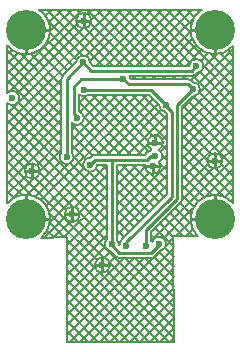
<source format=gbl>
G04 Layer_Physical_Order=2*
G04 Layer_Color=11436288*
%FSLAX25Y25*%
%MOIN*%
G70*
G01*
G75*
%ADD20C,0.01000*%
%ADD21C,0.02362*%
%ADD22C,0.13386*%
%ADD23C,0.00800*%
D20*
X287402Y338764D02*
Y346457D01*
X279709D02*
X287402D01*
X287402Y302854D02*
Y305035D01*
X285221Y302854D02*
X287402D01*
X289583D01*
X267520Y308861D02*
Y311042D01*
Y308861D02*
X269701D01*
X265339D02*
X267520D01*
X287402Y300673D02*
Y302854D01*
X287402Y283465D02*
Y291158D01*
X279709Y283465D02*
X287402D01*
X266732Y300987D02*
X268913D01*
X266732Y298806D02*
Y300987D01*
X264551D02*
X266732D01*
X243701Y349606D02*
X245882D01*
X243701Y347425D02*
Y349606D01*
Y351787D01*
X241520Y349606D02*
X243701D01*
X224410Y346457D02*
X232102D01*
X224410Y338764D02*
Y346457D01*
X249932Y268110D02*
X252113D01*
X249932D02*
Y270291D01*
X247750Y268110D02*
X249932D01*
Y265929D02*
Y268110D01*
X226575Y297232D02*
Y299413D01*
Y301594D01*
Y299413D02*
X228756D01*
X224394D02*
X226575D01*
X239892Y285039D02*
X242073D01*
X239892Y282858D02*
Y285039D01*
Y287221D01*
X237711Y285039D02*
X239892D01*
X224410Y283465D02*
Y291158D01*
Y283465D02*
X232102D01*
X240354Y318507D02*
X241732Y317129D01*
X240354Y318507D02*
Y327562D01*
X266142Y304531D02*
X267520D01*
X264859Y303248D02*
X266142Y304531D01*
X247536Y303248D02*
X264859D01*
X279724Y332877D02*
X281299Y334452D01*
X246260Y332877D02*
X279724D01*
X243504Y335633D02*
X246260Y332877D01*
X253081Y274675D02*
Y303248D01*
X242913Y330121D02*
X256890D01*
X240354Y327562D02*
X242913Y330121D01*
X266142Y326578D02*
X271161Y321558D01*
X258646Y328365D02*
X278528D01*
X279118Y327775D01*
X256890Y330121D02*
X258646Y328365D01*
X244488Y326578D02*
X266142D01*
X280118Y326775D02*
Y326775D01*
X279118Y327775D02*
X280118Y326775D01*
X257874Y274606D02*
Y275787D01*
X264567Y274606D02*
Y279953D01*
X266232Y272138D02*
X268898Y274803D01*
X253081Y274675D02*
X255618Y272138D01*
X266232D01*
X245866Y301578D02*
X247536Y303248D01*
X237992Y304728D02*
Y330121D01*
X243504Y335633D01*
X264567Y279953D02*
X274902Y290287D01*
Y321558D01*
X280315Y326972D01*
X257874Y275787D02*
X273031Y290945D01*
Y319094D01*
X271161Y320965D02*
X273031Y319094D01*
D21*
X267520Y304531D02*
D03*
X266732Y300987D02*
D03*
X267520Y308861D02*
D03*
X226575Y299413D02*
D03*
X219882Y323822D02*
D03*
X237992Y304137D02*
D03*
X241339Y317129D02*
D03*
X281299Y334452D02*
D03*
X243504Y335633D02*
D03*
X245866Y301578D02*
D03*
X243701Y326578D02*
D03*
X280118Y326775D02*
D03*
X256890Y330121D02*
D03*
X271161Y321558D02*
D03*
X239892Y285039D02*
D03*
X249932Y268110D02*
D03*
X268829Y275197D02*
D03*
X257874Y274606D02*
D03*
X264567D02*
D03*
X253081Y275098D02*
D03*
X287402Y302854D02*
D03*
X243701Y349606D02*
D03*
D22*
X224410Y346457D02*
D03*
X287402D02*
D03*
Y283465D02*
D03*
X224410D02*
D03*
D23*
X281317Y332084D02*
G03*
X283668Y334452I-18J2368D01*
G01*
X283000Y353248D02*
G03*
X293421Y341048I4402J-6791D01*
G01*
X283668Y334452D02*
G03*
X278933Y334565I-2369J0D01*
G01*
X282487Y326775D02*
G03*
X280136Y329143I-2369J0D01*
G01*
X280136Y324406D02*
G03*
X282487Y326775I-18J2368D01*
G01*
X279724Y331190D02*
G03*
X280918Y331684I0J1687D01*
G01*
X279724Y331190D02*
G03*
X280920Y331686I0J1687D01*
G01*
X279721Y329558D02*
G03*
X278528Y330053I-1193J-1193D01*
G01*
X279723Y329556D02*
G03*
X278528Y330053I-1195J-1191D01*
G01*
X259258Y330139D02*
G03*
X259003Y331190I-2368J-18D01*
G01*
X268793Y321540D02*
G03*
X270436Y319304I2368J18D01*
G01*
X269888Y304531D02*
G03*
X268717Y306575I-2369J0D01*
G01*
D02*
G03*
X270101Y308861I-1197J2287D01*
G01*
X268797Y302536D02*
G03*
X269888Y304531I-1277J1994D01*
G01*
X270101Y308861D02*
G03*
X266323Y306575I-2581J0D01*
G01*
D02*
G03*
X265828Y306189I1197J-2044D01*
G01*
D02*
G03*
X264949Y305724I313J-1658D01*
G01*
X265828Y306189D02*
G03*
X264946Y305722I313J-1658D01*
G01*
X289983Y302854D02*
G03*
X289983Y302854I-2581J0D01*
G01*
X293489Y288797D02*
G03*
X281788Y277635I-6088J-5333D01*
G01*
X276093Y289092D02*
G03*
X276589Y290287I-1191J1195D01*
G01*
X276095Y289094D02*
G03*
X276589Y290287I-1193J1193D01*
G01*
X269313Y300987D02*
G03*
X268797Y302536I-2581J0D01*
G01*
X264216Y301561D02*
G03*
X269313Y300987I2517J-573D01*
G01*
X271198Y275197D02*
G03*
X266562Y275883I-2369J0D01*
G01*
X266562D02*
G03*
X266254Y276268I-1995J-1276D01*
G01*
X256683Y276983D02*
G03*
X256289Y276366I1191J-1195D01*
G01*
X256681Y276981D02*
G03*
X256289Y276366I1193J-1193D01*
G01*
X269372Y272891D02*
G03*
X271198Y275197I-543J2305D01*
G01*
X266232Y270450D02*
G03*
X267428Y270947I0J1687D01*
G01*
X266232Y270450D02*
G03*
X267425Y270945I0J1687D01*
G01*
X256289Y276366D02*
G03*
X255506Y274637I1585J-1760D01*
G01*
X254423Y270947D02*
G03*
X255618Y270450I1195J1191D01*
G01*
X255420Y274723D02*
G03*
X255450Y275098I-2338J376D01*
G01*
D02*
G03*
X254768Y276761I-2369J0D01*
G01*
X254425Y270945D02*
G03*
X255618Y270450I1193J1193D01*
G01*
X246282Y349606D02*
G03*
X246282Y349606I-2581J0D01*
G01*
X245872Y335651D02*
G03*
X241136Y335651I-2368J-18D01*
G01*
X247536Y304935D02*
G03*
X246343Y304441I0J-1687D01*
G01*
X247536Y304935D02*
G03*
X246341Y304439I0J-1687D01*
G01*
X242042Y324888D02*
G03*
X245363Y324890I1659J1690D01*
G01*
X232502Y346457D02*
G03*
X228811Y353248I-8093J0D01*
G01*
X218141Y341338D02*
G03*
X232502Y346457I6268J5119D01*
G01*
X243707Y317129D02*
G03*
X242042Y319391I-2369J0D01*
G01*
X239680Y315439D02*
G03*
X243707Y317129I1659J1690D01*
G01*
X236801Y331317D02*
G03*
X236305Y330121I1191J-1195D01*
G01*
X236799Y331314D02*
G03*
X236305Y330121I1193J-1193D01*
G01*
Y305799D02*
G03*
X240361Y304137I1687J-1662D01*
G01*
D02*
G03*
X239680Y305799I-2369J0D01*
G01*
X222250Y323822D02*
G03*
X218182Y325471I-2369J0D01*
G01*
X218191Y322164D02*
G03*
X222250Y323822I1691J1658D01*
G01*
X251394Y276761D02*
G03*
X252588Y272782I1687J-1662D01*
G01*
X252513Y268110D02*
G03*
X252513Y268110I-2581J0D01*
G01*
X245848Y303946D02*
G03*
X248235Y301560I18J-2368D01*
G01*
X229156Y299413D02*
G03*
X229156Y299413I-2581J0D01*
G01*
X232502Y283465D02*
G03*
X218277Y288746I-8093J0D01*
G01*
X242473Y285039D02*
G03*
X242473Y285039I-2581J0D01*
G01*
X229628Y277279D02*
G03*
X232502Y283465I-5218J6186D01*
G01*
X291752Y339632D02*
X293425Y337959D01*
X289423Y338620D02*
X293430Y334614D01*
X283521Y333631D02*
X288304Y338414D01*
X282819Y336269D02*
X285214Y338665D01*
X281477Y353248D02*
X282129Y352596D01*
X286258Y338445D02*
X293434Y331269D01*
X283666Y334356D02*
X293443Y324579D01*
X282351Y332330D02*
X293447Y321234D01*
X282179Y325608D02*
X293427Y336855D01*
X281736Y328505D02*
X293423Y340192D01*
X280920Y331686D02*
X281317Y332084D01*
X264773Y353248D02*
X281203Y336819D01*
X277773Y334565D02*
X282924Y339715D01*
X278136Y353248D02*
X280577Y350807D01*
X261070Y334565D02*
X279753Y353248D01*
X264411Y334565D02*
X280455Y350609D01*
X268114Y353248D02*
X293438Y327924D01*
X276589Y316677D02*
X293431Y333519D01*
X274433Y334565D02*
X281166Y341298D01*
X271092Y334565D02*
X279914Y343386D01*
X279577Y329687D02*
X282121Y332230D01*
X280106Y331234D02*
X293451Y317889D01*
X282252Y325747D02*
X293456Y314544D01*
X279723Y329556D02*
X280136Y329143D01*
X288491Y305194D02*
X293461Y310165D01*
X280249Y324410D02*
X293460Y311199D01*
X289943Y303306D02*
X293466Y306828D01*
X276589Y309996D02*
X293440Y326846D01*
X276589Y313336D02*
X293436Y330183D01*
X278524Y322794D02*
X293464Y307854D01*
X276589Y320018D02*
X281285Y324714D01*
X259003Y331190D02*
X279724D01*
X276589Y320859D02*
X280136Y324406D01*
X276853Y321124D02*
X293469Y304509D01*
X276589Y303314D02*
X293448Y320174D01*
X276589Y318048D02*
X293473Y301164D01*
X276589Y314707D02*
X286172Y305124D01*
X276589Y306655D02*
X293444Y323510D01*
X276589Y311366D02*
X284834Y303121D01*
X274795Y353248D02*
X279565Y348478D01*
X271455Y353248D02*
X279390Y345313D01*
X276810Y331190D02*
X277947Y330053D01*
X267751Y334565D02*
X279315Y346129D01*
X273469Y331190D02*
X274606Y330053D01*
X273262D02*
X274399Y331190D01*
X276602Y330053D02*
X277739Y331190D01*
X270128D02*
X271265Y330053D01*
X266788Y331190D02*
X267925Y330053D01*
X266580D02*
X267717Y331190D01*
X269921Y330053D02*
X271058Y331190D01*
X258092Y353248D02*
X276776Y334565D01*
X257729D02*
X276413Y353248D01*
X261433D02*
X279177Y335504D01*
X263240Y330053D02*
X264377Y331190D01*
X254751Y353248D02*
X273435Y334565D01*
X259724Y324890D02*
X271344Y313271D01*
X259345Y330053D02*
X278528D01*
X263065Y324890D02*
X271344Y316611D01*
X260106Y331190D02*
X261243Y330053D01*
X259899D02*
X261036Y331190D01*
X263447D02*
X264584Y330053D01*
X270436Y319304D02*
X271344Y318395D01*
X267974Y311402D02*
X271344Y314773D01*
X269948Y307986D02*
X271344Y306589D01*
X269861Y309949D02*
X271344Y311432D01*
X269321Y306068D02*
X271344Y308091D01*
X268932Y302338D02*
X271344Y304751D01*
X269881Y304712D02*
X271344Y303249D01*
X265443Y324890D02*
X268793Y321540D01*
X256383Y324890D02*
X271344Y309930D01*
X258166Y304935D02*
X271344Y318113D01*
X254826Y304935D02*
X269636Y319746D01*
X264160Y304935D02*
X264946Y305722D01*
X261507Y304935D02*
X264979Y308407D01*
X254768Y301561D02*
X264216D01*
X289671Y301625D02*
X293478Y297819D01*
X276589Y308026D02*
X293486Y291129D01*
X288179Y291520D02*
X293479Y296819D01*
X287668Y300287D02*
X293482Y294474D01*
X276589Y299974D02*
X293453Y316837D01*
X293421Y341048D02*
X293489Y288797D01*
X290806Y290806D02*
X293483Y293483D01*
X284228Y290909D02*
X293475Y300156D01*
X276589Y304685D02*
X290225Y291049D01*
X276589Y296633D02*
X293457Y313501D01*
X276589Y299974D02*
X293453Y316837D01*
X276589Y301344D02*
X286434Y291499D01*
X276589Y293292D02*
X285062Y301765D01*
X276589Y290287D02*
Y320859D01*
Y298004D02*
X283854Y290739D01*
X276546Y289909D02*
X286950Y300313D01*
X266254Y276276D02*
X293470Y303492D01*
X276589Y294663D02*
X281875Y289377D01*
X276589Y291322D02*
X280396Y287516D01*
X292818Y289477D02*
X293488Y290147D01*
X274115Y287115D02*
X279496Y281734D01*
X277695Y277695D02*
X280060Y280060D01*
X275786Y288785D02*
X279475Y285096D01*
X270775Y283774D02*
X276841Y277708D01*
X274404Y277744D02*
X279346Y282687D01*
X280987Y277646D02*
X281389Y278048D01*
X272445Y285444D02*
X280232Y277658D01*
X273622Y277756D02*
X281788Y277635D01*
X273622Y277756D02*
X273917Y242323D01*
X270736Y273791D02*
X273680Y270847D01*
X272397Y242331D02*
X273905Y243839D01*
X270340Y277021D02*
X279957Y286638D01*
X266254Y279254D02*
X276093Y289092D01*
X260714Y270450D02*
X273792Y257372D01*
X268833Y272353D02*
X273708Y267478D01*
X267134Y270711D02*
X273736Y264110D01*
X264054Y270450D02*
X273764Y260741D01*
X265752Y242367D02*
X273850Y250465D01*
X262429Y242385D02*
X273822Y253778D01*
X269075Y242349D02*
X273877Y247152D01*
X257373Y270450D02*
X273820Y254004D01*
X255784Y242422D02*
X273767Y260404D01*
X259107Y242404D02*
X273794Y257091D01*
X268958Y302294D02*
X271344Y299908D01*
X263010Y301561D02*
X264235Y300336D01*
X271344Y291644D02*
Y318395D01*
X268651Y299261D02*
X271344Y296567D01*
X266081Y298490D02*
X271344Y293227D01*
X259669Y301561D02*
X270465Y290765D01*
X256329Y301561D02*
X268795Y289095D01*
X256683Y276983D02*
X271344Y291644D01*
X254768Y288175D02*
X265381Y298788D01*
X254768Y299780D02*
X267125Y287424D01*
X254768Y296440D02*
X265454Y285754D01*
X254768Y294856D02*
X261473Y301561D01*
X254768Y298197D02*
X258132Y301561D01*
X254768Y291516D02*
X264153Y300900D01*
X254768Y281494D02*
X271344Y298069D01*
X254768Y284834D02*
X271344Y301410D01*
X254768Y278153D02*
X271344Y294729D01*
X254768Y278153D02*
X271344Y294729D01*
X254768Y276761D02*
Y301561D01*
Y293099D02*
X263784Y284084D01*
X269104Y282104D02*
X273623Y277585D01*
X266254Y278273D02*
X267424Y277103D01*
X266254Y276268D02*
Y279254D01*
X271060Y274400D02*
X273629Y276969D01*
X267434Y280433D02*
X273652Y274216D01*
X267428Y270947D02*
X269372Y272891D01*
X254768Y286418D02*
X260443Y280743D01*
X254768Y289758D02*
X262114Y282413D01*
X254768Y283077D02*
X258773Y279073D01*
X255421Y275465D02*
X255967Y276011D01*
X254768Y279736D02*
X257103Y277402D01*
X255333Y275831D02*
X255676Y275488D01*
X255618Y270450D02*
X266232D01*
X248070Y353248D02*
X266754Y334565D01*
X245838Y336036D02*
X263050Y353248D01*
X254389Y334565D02*
X273072Y353248D01*
X251048Y334565D02*
X269732Y353248D01*
X246272Y349832D02*
X249688Y353248D01*
X244959Y351860D02*
X246347Y353248D01*
X244319Y337857D02*
X259710Y353248D01*
X251411D02*
X270094Y334565D01*
X247707D02*
X266391Y353248D01*
X246959Y334565D02*
X278933D01*
X246065Y348571D02*
X260072Y334565D01*
X244729Y353248D02*
X263413Y334565D01*
X245872Y335651D02*
X246959Y334565D01*
X228811Y353248D02*
X283000D01*
X234707D02*
X253391Y334565D01*
X218209Y315088D02*
X256369Y353248D01*
X244218Y347078D02*
X256732Y334565D01*
X231367Y353248D02*
X250050Y334565D01*
X218200Y318420D02*
X253028Y353248D01*
X246362Y324890D02*
X265274Y305978D01*
X245363Y324890D02*
X265443D01*
X253043D02*
X266644Y311289D01*
X251485Y304935D02*
X268441Y321892D01*
X249702Y324890D02*
X265034Y309558D01*
X243706Y317200D02*
X251396Y324890D01*
X253081Y304935D02*
X264160D01*
X248144D02*
X266771Y323562D01*
X243702Y324209D02*
X262976Y304935D01*
X247536D02*
X253081D01*
X245848Y303946D02*
X246341Y304439D01*
X239680Y306493D02*
X258077Y324890D01*
X239680Y309833D02*
X254737Y324890D01*
X242042Y322529D02*
X259635Y304935D01*
X242407Y319243D02*
X248055Y324890D01*
X242042Y322217D02*
X244061Y324237D01*
X243667Y317563D02*
X256295Y304935D01*
X240338Y303811D02*
X261418Y324890D01*
X242699Y315190D02*
X252954Y304935D01*
X239680Y311529D02*
X246574Y304634D01*
X239680Y314869D02*
X249613Y304935D01*
X239680Y308188D02*
X244416Y303451D01*
X232493Y346076D02*
X239666Y353248D01*
X232088Y349012D02*
X236325Y353248D01*
X241389D02*
X242666Y351971D01*
X238048Y353248D02*
X241172Y350124D01*
X229300Y352905D02*
X229644Y353248D01*
X230954Y351218D02*
X232984Y353248D01*
X232444Y345489D02*
X241339Y336594D01*
X231994Y349280D02*
X243283Y337991D01*
X231683Y342909D02*
X240039Y334554D01*
X230322Y340930D02*
X238368Y332884D01*
X228461Y339451D02*
X236702Y331209D01*
X226041Y338530D02*
X236305Y328266D01*
X218166Y331748D02*
X224790Y338373D01*
X218149Y338412D02*
X219649Y339912D01*
X218157Y335080D02*
X221855Y338778D01*
X219184Y326085D02*
X241447Y348348D01*
X218175Y328416D02*
X243006Y353248D01*
X221736Y325296D02*
X243475Y347035D01*
X218145Y339744D02*
X236305Y321585D01*
X218141Y341338D02*
X218182Y325471D01*
X222679Y338551D02*
X236305Y324925D01*
X242042Y319391D02*
Y324888D01*
X239680Y313174D02*
X241267Y314762D01*
X236801Y331317D02*
X241136Y335651D01*
X239680Y305799D02*
Y315439D01*
X236305Y305799D02*
Y330121D01*
X221917Y322610D02*
X236305Y308222D01*
X219728Y321459D02*
X235914Y305273D01*
X218162Y333046D02*
X236305Y314903D01*
X218154Y336395D02*
X236305Y318244D01*
X218180Y326347D02*
X218670Y325857D01*
X218192Y321752D02*
X218408Y321968D01*
X218218Y311756D02*
X236305Y329843D01*
X218171Y329696D02*
X236305Y311563D01*
X218226Y308424D02*
X236305Y326502D01*
X218244Y301760D02*
X236305Y319821D01*
X218235Y305092D02*
X236305Y323162D01*
X218223Y309600D02*
X225916Y301908D01*
X245231Y299296D02*
X251394Y293133D01*
X239128Y302059D02*
X251394Y289792D01*
X242362Y285790D02*
X251394Y294822D01*
X240716Y287485D02*
X251394Y298163D01*
X249647Y301561D02*
X251394Y299814D01*
X248235Y301561D02*
X251394D01*
X247739Y300128D02*
X251394Y296474D01*
X241479Y283004D02*
X273848Y250635D01*
X242494Y242494D02*
X273656Y273656D01*
X251394Y276761D02*
Y301561D01*
X242452Y285372D02*
X251238Y276586D01*
X238061Y261445D02*
X250869Y274253D01*
X229568Y289700D02*
X264759Y324890D01*
X218197Y319648D02*
X251394Y286452D01*
X218206Y316299D02*
X251394Y283111D01*
X232452Y282562D02*
X251394Y301504D01*
X218215Y312950D02*
X251394Y279771D01*
X237267Y277355D02*
X251394Y291482D01*
X238018Y271424D02*
X251394Y284800D01*
X238003Y274751D02*
X251394Y288141D01*
X238032Y268098D02*
X251394Y281460D01*
X238046Y264772D02*
X251394Y278119D01*
X218240Y302902D02*
X250519Y270624D01*
X238061Y261445D02*
X250869Y274253D01*
X252588Y272782D02*
X254423Y270947D01*
X250568Y270612D02*
X252663Y272707D01*
X252339Y269042D02*
X254333Y271036D01*
X252445Y268697D02*
X273876Y247266D01*
X251633Y266169D02*
X273904Y243897D01*
X252462Y242440D02*
X273739Y263717D01*
X249139Y242458D02*
X273711Y267030D01*
X248496Y265965D02*
X272128Y242333D01*
X239172Y242512D02*
X269626Y272966D01*
X238138Y244819D02*
X263769Y270450D01*
X245817Y242476D02*
X273684Y270343D01*
X238122Y248144D02*
X260429Y270450D01*
X238106Y251468D02*
X257088Y270450D01*
X238083Y256334D02*
X251975Y242442D01*
X238025Y269755D02*
X265410Y242369D01*
X238011Y273110D02*
X268769Y242351D01*
X238149Y242518D02*
X273917Y242323D01*
X238054Y263045D02*
X258693Y242406D01*
X238039Y266400D02*
X262052Y242388D01*
X238068Y259689D02*
X255334Y242424D01*
X229154Y299308D02*
X236305Y306459D01*
X228042Y301536D02*
X236305Y309799D01*
X240360Y304166D02*
X243584Y300942D01*
X232201Y285652D02*
X245761Y299212D01*
X231151Y287942D02*
X243741Y300532D01*
X229070Y298753D02*
X240225Y287599D01*
X227480Y290952D02*
X238319Y301791D01*
X224738Y291551D02*
X236017Y302830D01*
X227485Y296997D02*
X237857Y286626D01*
X218261Y295096D02*
X236305Y313140D01*
X218252Y298428D02*
X236305Y316480D01*
X218232Y306251D02*
X224160Y300323D01*
X218269Y291764D02*
X224451Y297946D01*
X220257Y290411D02*
X226680Y296834D01*
X218249Y299552D02*
X226526Y291276D01*
X218258Y296203D02*
X223023Y291438D01*
X218191Y322164D02*
X218277Y288746D01*
X218267Y292854D02*
X220545Y290575D01*
X237996Y276465D02*
X247787Y266674D01*
X238089Y254793D02*
X249000Y265703D01*
X238075Y258119D02*
X247430Y267474D01*
X238115Y249621D02*
X245257Y242479D01*
X238098Y252978D02*
X248616Y242461D01*
X238131Y246264D02*
X241898Y242497D01*
X238090Y254528D02*
X238149Y242518D01*
X237992Y277362D02*
X238090Y254528D01*
X238148Y242907D02*
X238539Y242516D01*
X233893Y277321D02*
X239141Y282570D01*
X232383Y282078D02*
X237108Y277353D01*
X218275Y289505D02*
X218640Y289140D01*
X232221Y285581D02*
X247990Y269811D01*
X230518Y277288D02*
X237446Y284215D01*
X229628Y277279D02*
X237992Y277362D01*
X231520Y279600D02*
X233800Y277320D01*
X230085Y277695D02*
X230492Y277287D01*
M02*

</source>
